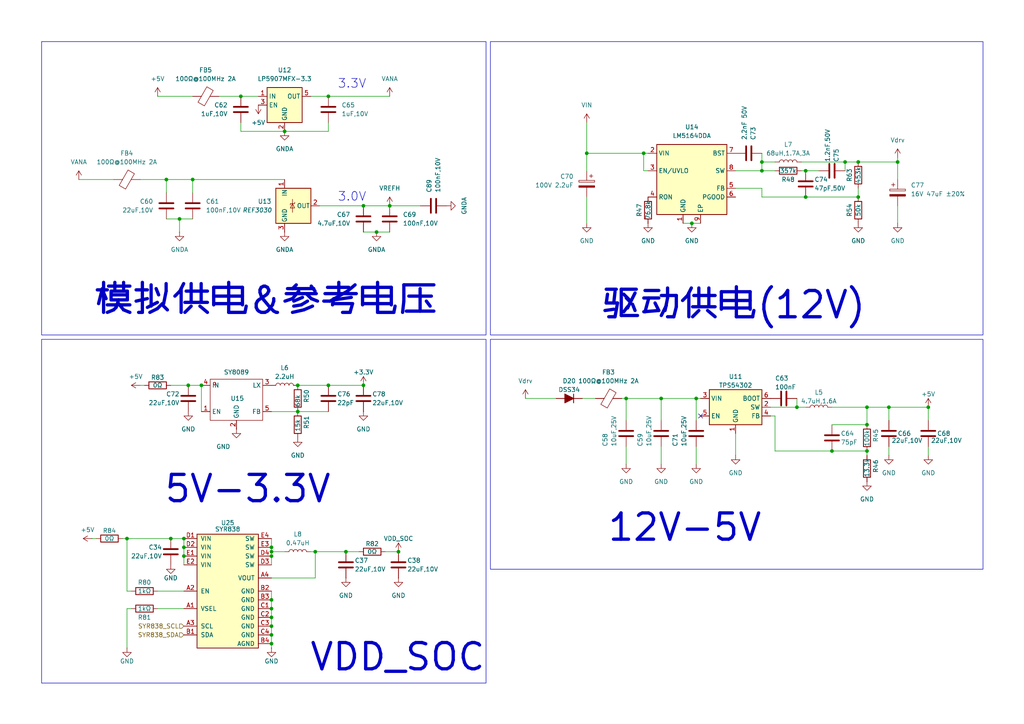
<source format=kicad_sch>
(kicad_sch (version 20250114) (generator "eeschema") (generator_version "9.0")
  (paper "A4")
  (title_block (title "HPM6P41_BuckBoost") (date "2025-05-05") (rev "4") (company "Author: Alipay"))
  (lib_symbols
    (symbol "1MySymblesFromLCSC:SY8089AAAC"
      (property "Reference" "U?" (at 0 0 0))
      (property "Value" "SY8089AAAC" (at 0 0 0))
      (symbol "SY8089AAAC_1_0"
        (rectangle (start -7.62 5.588) (end 7.62 -6.35))
        (circle (center -6.35 4.318) (radius 0.381))
        (circle (center -6.35 4.318) (radius 0.381))
        (pin input line (at -10.16 3.81 0) (length 2.54) (name "IN") (number "4"))
        (pin input line (at -10.16 -3.81 0) (length 2.54) (name "EN") (number "1"))
        (pin input line (at 0 -8.89 90) (length 2.54) (name "GND") (number "2"))
        (pin input line (at 10.16 3.81 180) (length 2.54) (name "LX") (number "3"))
        (pin input line (at 10.16 -3.81 180) (length 2.54) (name "FB") (number "5"))
      )
    )
    (symbol "Device:C" (pin_numbers (hide yes)) (pin_names (offset 0.254))
      (property "Reference" "C" (at 0.635 2.54 0))
      (property "Value" "C" (at 0.635 -2.54 0))
      (symbol "C_0_1"
        (polyline (pts (xy -2.032 0.762) (xy 2.032 0.762)) (stroke (width 0.508)))
        (polyline (pts (xy -2.032 -0.762) (xy 2.032 -0.762)) (stroke (width 0.508)))
      )
      (symbol "C_1_1"
        (pin passive line (at 0 3.81 270) (length 2.794) (name "~") (number "1"))
        (pin passive line (at 0 -3.81 90) (length 2.794) (name "~") (number "2"))
      )
    )
    (symbol "Device:C_Polarized" (pin_numbers (hide yes)) (pin_names (offset 0.254))
      (property "Reference" "C" (at 0.635 2.54 0))
      (property "Value" "C_Polarized" (at 0.635 -2.54 0))
      (symbol "C_Polarized_0_1"
        (rectangle (start -2.286 0.508) (end 2.286 1.016))
        (polyline (pts (xy -1.778 2.286) (xy -0.762 2.286)))
        (polyline (pts (xy -1.27 2.794) (xy -1.27 1.778)))
        (rectangle (start 2.286 -0.508) (end -2.286 -1.016) (fill (type outline)))
      )
      (symbol "C_Polarized_1_1"
        (pin passive line (at 0 3.81 270) (length 2.794) (name "~") (number "1"))
        (pin passive line (at 0 -3.81 90) (length 2.794) (name "~") (number "2"))
      )
    )
    (symbol "Device:FerriteBead" (pin_numbers (hide yes)) (pin_names (offset 0))
      (property "Reference" "FB" (at -3.81 0.635 90))
      (property "Value" "FerriteBead" (at 3.81 0 90))
      (symbol "FerriteBead_0_1"
        (polyline (pts (xy -2.7686 0.4064) (xy -1.7018 2.2606) (xy 2.7686 -0.3048) (xy 1.6764 -2.159) (xy -2.7686 0.4064)))
        (polyline (pts (xy 0 1.27) (xy 0 1.2954)))
        (polyline (pts (xy 0 -1.27) (xy 0 -1.2192)))
      )
      (symbol "FerriteBead_1_1"
        (pin passive line (at 0 3.81 270) (length 2.54) (name "~") (number "1"))
        (pin passive line (at 0 -3.81 90) (length 2.54) (name "~") (number "2"))
      )
    )
    (symbol "Device:L" (pin_numbers (hide yes)) (pin_names (offset 1.016) (hide yes))
      (property "Reference" "L" (at -1.27 0 90))
      (property "Value" "L" (at 1.905 0 90))
      (symbol "L_0_1"
        (arc (start 0 2.54) (mid 0.6323 1.905) (end 0 1.27))
        (arc (start 0 1.27) (mid 0.6323 0.635) (end 0 0))
        (arc (start 0 0) (mid 0.6323 -0.635) (end 0 -1.27))
        (arc (start 0 -1.27) (mid 0.6323 -1.905) (end 0 -2.54))
      )
      (symbol "L_1_1"
        (pin passive line (at 0 3.81 270) (length 1.27) (name "1") (number "1"))
        (pin passive line (at 0 -3.81 90) (length 1.27) (name "2") (number "2"))
      )
    )
    (symbol "Device:R" (pin_numbers (hide yes)) (pin_names (offset 0))
      (property "Reference" "R" (at 2.032 0 90))
      (property "Value" "R" (at 0 0 90))
      (symbol "R_0_1"
        (rectangle (start -1.016 -2.54) (end 1.016 2.54) (stroke (width 0.254)))
      )
      (symbol "R_1_1"
        (pin passive line (at 0 3.81 270) (length 1.27) (name "~") (number "1"))
        (pin passive line (at 0 -3.81 90) (length 1.27) (name "~") (number "2"))
      )
    )
    (symbol "PCM_Diode_AKL:1N4148WF" (pin_numbers (hide yes)) (pin_names (offset 1.016) (hide yes))
      (property "Reference" "D" (at 0 5.08 0))
      (property "Value" "1N4148WF" (at 0 2.54 0))
      (symbol "1N4148WF_0_1"
        (polyline (pts (xy -1.27 1.27) (xy -1.27 -1.27) (xy 1.27 0) (xy -1.27 1.27)) (stroke (width 0.254)) (fill (type outline)))
        (polyline (pts (xy -1.27 0) (xy 1.27 0)))
        (polyline (pts (xy 1.27 1.27) (xy 1.27 -1.27)) (stroke (width 0.254)))
      )
      (symbol "1N4148WF_0_2"
        (polyline (pts (xy -2.54 -2.54) (xy 2.54 2.54)))
        (polyline (pts (xy -0.889 -0.889) (xy -1.778 0) (xy 0.889 0.889) (xy 0 -1.778) (xy -0.889 -0.889)) (stroke (width 0.254)) (fill (type outline)))
        (polyline (pts (xy 0 1.778) (xy 1.778 0)) (stroke (width 0.254)))
      )
      (symbol "1N4148WF_1_1"
        (pin passive line (at -3.81 0 0) (length 2.54) (name "A") (number "2"))
        (pin passive line (at 3.81 0 180) (length 2.54) (name "K") (number "1"))
      )
      (symbol "1N4148WF_1_2"
        (pin passive line (at -2.54 -2.54 0) (length 0) (name "A") (number "2"))
        (pin passive line (at 2.54 2.54 180) (length 0) (name "K") (number "1"))
      )
    )
    (symbol "Reference_Voltage:REF3030" (pin_names (offset 0.254))
      (property "Reference" "U" (at 0 6.35 0))
      (property "Value" "REF3030" (at 2.54 -6.35 0))
      (symbol "REF3030_0_1"
        (rectangle (start -5.08 5.08) (end 5.08 -5.08) (stroke (width 0.254)) (fill (type background)))
        (polyline (pts (xy -0.889 -0.635) (xy 0.381 -0.635) (xy -0.254 0.635) (xy -0.889 -0.635)))
        (polyline (pts (xy -0.254 1.905) (xy -0.254 -1.905)))
        (polyline (pts (xy 0.381 1.016) (xy 0.381 0.635) (xy -0.889 0.635) (xy -0.889 0.254)))
      )
      (symbol "REF3030_1_1"
        (pin power_in line (at -2.54 7.62 270) (length 2.54) (name "IN") (number "1"))
        (pin power_in line (at -2.54 -7.62 90) (length 2.54) (name "GND") (number "3"))
        (pin power_out line (at 7.62 0 180) (length 2.54) (name "OUT") (number "2"))
      )
    )
    (symbol "Regulator_Linear:LP5907MFX-3.3"
      (property "Reference" "U" (at -3.81 6.35 0))
      (property "Value" "LP5907MFX-3.3" (at 6.35 6.35 0))
      (symbol "LP5907MFX-3.3_0_1"
        (rectangle (start -5.08 -5.08) (end 5.08 5.08) (stroke (width 0.254)) (fill (type background)))
        (pin power_in line (at -7.62 2.54 0) (length 2.54) (name "IN") (number "1"))
        (pin input line (at -7.62 0 0) (length 2.54) (name "EN") (number "3"))
        (pin power_in line (at 0 -7.62 90) (length 2.54) (name "GND") (number "2"))
        (pin no_connect line (at 5.08 0 180) (length 2.54) (hide yes) (name "NC") (number "4"))
        (pin power_out line (at 7.62 2.54 180) (length 2.54) (name "OUT") (number "5"))
      )
    )
    (symbol "Regulator_Switching:LM5164DDA"
      (property "Reference" "U" (at -8.89 11.43 0))
      (property "Value" "LM5164DDA" (at 5.08 11.43 0))
      (symbol "LM5164DDA_1_1"
        (rectangle (start -10.16 10.16) (end 10.16 -10.16) (stroke (width 0.254)) (fill (type background)))
        (pin power_in line (at -12.7 7.62 0) (length 2.54) (name "VIN") (number "2"))
        (pin input line (at -12.7 2.54 0) (length 2.54) (name "EN/UVLO") (number "3"))
        (pin passive line (at -12.7 -5.08 0) (length 2.54) (name "RON") (number "4"))
        (pin power_in line (at -2.54 -12.7 90) (length 2.54) (name "GND") (number "1"))
        (pin passive line (at 2.54 -12.7 90) (length 2.54) (name "EP") (number "9"))
        (pin passive line (at 12.7 7.62 180) (length 2.54) (name "BST") (number "7"))
        (pin power_out line (at 12.7 2.54 180) (length 2.54) (name "SW") (number "8"))
        (pin input line (at 12.7 -2.54 180) (length 2.54) (name "FB") (number "5"))
        (pin open_collector line (at 12.7 -5.08 180) (length 2.54) (name "PGOOD") (number "6"))
      )
    )
    (symbol "Regulator_Switching:TPS54302"
      (property "Reference" "U" (at -7.62 6.35 0))
      (property "Value" "TPS54302" (at 0 6.35 0))
      (symbol "TPS54302_0_1"
        (rectangle (start -7.62 5.08) (end 7.62 -5.08) (stroke (width 0.254)) (fill (type background)))
      )
      (symbol "TPS54302_1_1"
        (pin power_in line (at -10.16 2.54 0) (length 2.54) (name "VIN") (number "3"))
        (pin input line (at -10.16 -2.54 0) (length 2.54) (name "EN") (number "5"))
        (pin power_in line (at 0 -7.62 90) (length 2.54) (name "GND") (number "1"))
        (pin passive line (at 10.16 2.54 180) (length 2.54) (name "BOOT") (number "6"))
        (pin power_out line (at 10.16 0 180) (length 2.54) (name "SW") (number "2"))
        (pin input line (at 10.16 -2.54 180) (length 2.54) (name "FB") (number "4"))
      )
    )
    (symbol "SYR838PKC:SYR838PKC" (pin_names (offset 1.0142))
      (property "Reference" "U25" (at 0 19.812 0))
      (property "Value" "SYR838" (at 0 17.9577 0))
      (symbol "SYR838PKC_1_1"
        (rectangle (start -8.89 -16.51) (end 8.89 16.51) (stroke (width 0.254)) (fill (type background)))
        (pin passive line (at -12.7 15.24 0) (length 3.81) (name "VIN") (number "D1"))
        (pin passive line (at -12.7 12.7 0) (length 3.81) (name "VIN") (number "D2"))
        (pin passive line (at -12.7 10.16 0) (length 3.81) (name "VIN") (number "E1"))
        (pin passive line (at -12.7 7.62 0) (length 3.81) (name "VIN") (number "E2"))
        (pin passive line (at -12.7 0 0) (length 3.81) (name "EN") (number "A2"))
        (pin passive line (at -12.7 -5.08 0) (length 3.81) (name "VSEL") (number "A1"))
        (pin passive line (at -12.7 -10.16 0) (length 3.81) (name "SCL") (number "A3"))
        (pin passive line (at -12.7 -12.7 0) (length 3.81) (name "SDA") (number "B1"))
        (pin passive line (at 12.7 15.24 180) (length 3.81) (name "SW") (number "E4"))
        (pin passive line (at 12.7 12.7 180) (length 3.81) (name "SW") (number "E3"))
        (pin passive line (at 12.7 10.16 180) (length 3.81) (name "SW") (number "D4"))
        (pin passive line (at 12.7 7.62 180) (length 3.81) (name "SW") (number "D3"))
        (pin passive line (at 12.7 3.81 180) (length 3.81) (name "VOUT") (number "A4"))
        (pin passive line (at 12.7 0 180) (length 3.81) (name "GND") (number "B2"))
        (pin passive line (at 12.7 -2.54 180) (length 3.81) (name "GND") (number "B3"))
        (pin passive line (at 12.7 -5.08 180) (length 3.81) (name "GND") (number "C1"))
        (pin passive line (at 12.7 -7.62 180) (length 3.81) (name "GND") (number "C2"))
        (pin passive line (at 12.7 -10.16 180) (length 3.81) (name "GND") (number "C3"))
        (pin passive line (at 12.7 -12.7 180) (length 3.81) (name "GND") (number "C4"))
        (pin passive line (at 12.7 -15.24 180) (length 3.81) (name "AGND") (number "B4"))
      )
    )
    (symbol "power:+12V" (power) (pin_names (offset 0))
      (property "Value" "+12V" (at 0 3.556 0))
      (symbol "+12V_0_1"
        (polyline (pts (xy -0.762 1.27) (xy 0 2.54)))
        (polyline (pts (xy 0 2.54) (xy 0.762 1.27)))
        (polyline (pts (xy 0 0) (xy 0 2.54)))
      )
      (symbol "+12V_1_1"
        (pin power_in line (at 0 0 90) (length 0) (hide yes) (name "+12V") (number "1"))
      )
    )
    (symbol "power:+3.3V" (power) (pin_names (offset 0))
      (property "Value" "+3.3V" (at 0 3.556 0))
      (symbol "+3.3V_0_1"
        (polyline (pts (xy -0.762 1.27) (xy 0 2.54)))
        (polyline (pts (xy 0 2.54) (xy 0.762 1.27)))
        (polyline (pts (xy 0 0) (xy 0 2.54)))
      )
      (symbol "+3.3V_1_1"
        (pin power_in line (at 0 0 90) (length 0) (hide yes) (name "+3.3V") (number "1"))
      )
    )
    (symbol "power:+5V" (power) (pin_numbers (hide yes)) (pin_names (offset 0) (hide yes))
      (property "Value" "+5V" (at 0 3.556 0))
      (symbol "+5V_0_1"
        (polyline (pts (xy -0.762 1.27) (xy 0 2.54)))
        (polyline (pts (xy 0 2.54) (xy 0.762 1.27)))
        (polyline (pts (xy 0 0) (xy 0 2.54)))
      )
      (symbol "+5V_1_1"
        (pin power_in line (at 0 0 90) (length 0) (name "~") (number "1"))
      )
    )
    (symbol "power:GND" (power) (pin_numbers (hide yes)) (pin_names (offset 0) (hide yes))
      (property "Value" "GND" (at 0 -3.81 0))
      (symbol "GND_0_1"
        (polyline (pts (xy 0 0) (xy 0 -1.27) (xy 1.27 -1.27) (xy 0 -2.54) (xy -1.27 -1.27) (xy 0 -1.27)))
      )
      (symbol "GND_1_1"
        (pin power_in line (at 0 0 270) (length 0) (name "~") (number "1"))
      )
    )
    (symbol "power:VBUS" (power) (pin_numbers (hide yes)) (pin_names (offset 0) (hide yes))
      (property "Value" "VBUS" (at 0 3.556 0))
      (symbol "VBUS_0_1"
        (polyline (pts (xy -0.762 1.27) (xy 0 2.54)))
        (polyline (pts (xy 0 2.54) (xy 0.762 1.27)))
        (polyline (pts (xy 0 0) (xy 0 2.54)))
      )
      (symbol "VBUS_1_1"
        (pin power_in line (at 0 0 90) (length 0) (name "~") (number "1"))
      )
    )
  )
  (rectangle (start 142.24 98.425) (end 285.115 165.1))
  (rectangle (start 12.065 12.065) (end 140.97 97.155))
  (rectangle (start 12.065 98.425) (end 140.97 198.12))
  (rectangle (start 142.24 12.065) (end 285.115 97.155))
  (text "模拟供电&参考电压" (at 77.216 87.376 0) (effects (font (size 7.62 7.62) (thickness 0.9525))))
  (text "驱动供电(12V)" (at 212.852 88.646 0) (effects (font (size 7.62 7.62) (thickness 0.9525))))
  (text "3.0V" (at 102.108 57.15 0) (effects (font (size 2.54 2.54))))
  (text "12V-5V" (at 198.628 153.162 0) (effects (font (size 7.62 7.62) (thickness 0.9525))))
  (text "VDD_SOC" (at 115.316 190.754 0) (effects (font (size 7.62 7.62) (thickness 0.9525))))
  (text "3.3V" (at 102.108 24.384 0) (effects (font (size 2.54 2.54))))
  (text "5V-3.3V" (at 71.882 141.986 0) (effects (font (size 7.62 7.62) (thickness 0.9525))))
  (junction (at 181.61 115.57))
  (junction (at 251.46 118.11))
  (junction (at 95.25 27.94))
  (junction (at 78.74 160.02))
  (junction (at 105.41 111.76))
  (junction (at 95.25 111.76))
  (junction (at 191.77 115.57))
  (junction (at 78.74 161.29))
  (junction (at 245.11 46.99))
  (junction (at 260.35 46.99))
  (junction (at 269.24 118.11))
  (junction (at 55.88 52.07))
  (junction (at 48.26 52.07))
  (junction (at 113.03 59.69))
  (junction (at 100.33 160.02))
  (junction (at 248.92 57.15))
  (junction (at 220.98 49.53))
  (junction (at 78.74 184.15))
  (junction (at 78.74 179.07))
  (junction (at 53.34 156.21))
  (junction (at 241.3 130.81))
  (junction (at 58.42 111.76))
  (junction (at 170.18 44.45))
  (junction (at 248.92 46.99))
  (junction (at 78.74 181.61))
  (junction (at 52.07 63.5))
  (junction (at 251.46 130.81))
  (junction (at 105.41 59.69))
  (junction (at 91.44 160.02))
  (junction (at 86.36 111.76))
  (junction (at 53.34 158.75))
  (junction (at 78.74 186.69))
  (junction (at 36.83 156.21))
  (junction (at 53.34 161.29))
  (junction (at 115.57 160.02))
  (junction (at 78.74 173.99))
  (junction (at 257.81 118.11))
  (junction (at 78.74 176.53))
  (junction (at 251.46 123.19))
  (junction (at 109.22 67.31))
  (junction (at 86.36 119.38))
  (junction (at 69.85 27.94))
  (junction (at 78.74 158.75))
  (junction (at 220.98 46.99))
  (junction (at 186.69 44.45))
  (junction (at 49.53 156.21))
  (junction (at 233.68 57.15))
  (junction (at 201.93 115.57))
  (junction (at 82.55 38.1))
  (junction (at 233.68 49.53))
  (junction (at 200.66 64.77))
  (junction (at 231.14 118.11))
  (junction (at 54.61 111.76))
  (no_connect (at 203.2 120.65))
  (wire (pts (xy 78.74 156.21) (xy 78.74 158.75)))
  (wire (pts (xy 52.07 67.31) (xy 52.07 63.5)))
  (wire (pts (xy 36.83 156.21) (xy 35.56 156.21)))
  (wire (pts (xy 48.26 52.07) (xy 55.88 52.07)))
  (wire (pts (xy 69.85 38.1) (xy 82.55 38.1)))
  (wire (pts (xy 40.64 52.07) (xy 48.26 52.07)))
  (wire (pts (xy 170.18 49.53) (xy 170.18 44.45)))
  (wire (pts (xy 90.17 27.94) (xy 95.25 27.94)))
  (wire (pts (xy 45.72 176.53) (xy 53.34 176.53)))
  (wire (pts (xy 36.83 156.21) (xy 36.83 171.45)))
  (wire (pts (xy 213.36 54.61) (xy 220.98 54.61)))
  (wire (pts (xy 245.11 46.99) (xy 245.11 49.53)))
  (wire (pts (xy 231.14 118.11) (xy 233.68 118.11)))
  (wire (pts (xy 260.35 52.07) (xy 260.35 46.99)))
  (wire (pts (xy 224.79 120.65) (xy 223.52 120.65)))
  (wire (pts (xy 191.77 115.57) (xy 201.93 115.57)))
  (wire (pts (xy 213.36 132.08) (xy 213.36 125.73)))
  (wire (pts (xy 78.74 173.99) (xy 78.74 176.53)))
  (wire (pts (xy 105.41 59.69) (xy 113.03 59.69)))
  (wire (pts (xy 220.98 44.45) (xy 220.98 46.99)))
  (wire (pts (xy 100.33 160.02) (xy 104.14 160.02)))
  (wire (pts (xy 248.92 54.61) (xy 248.92 57.15)))
  (wire (pts (xy 53.34 158.75) (xy 53.34 161.29)))
  (wire (pts (xy 220.98 46.99) (xy 220.98 49.53)))
  (wire (pts (xy 52.07 63.5) (xy 55.88 63.5)))
  (wire (pts (xy 86.36 111.76) (xy 95.25 111.76)))
  (wire (pts (xy 181.61 115.57) (xy 191.77 115.57)))
  (wire (pts (xy 78.74 167.64) (xy 91.44 167.64)))
  (wire (pts (xy 113.03 59.69) (xy 121.92 59.69)))
  (wire (pts (xy 52.07 63.5) (xy 48.26 63.5)))
  (wire (pts (xy 45.72 171.45) (xy 53.34 171.45)))
  (wire (pts (xy 49.53 156.21) (xy 53.34 156.21)))
  (wire (pts (xy 111.76 160.02) (xy 115.57 160.02)))
  (wire (pts (xy 181.61 134.62) (xy 181.61 129.54)))
  (wire (pts (xy 181.61 121.92) (xy 181.61 115.57)))
  (wire (pts (xy 233.68 57.15) (xy 248.92 57.15)))
  (wire (pts (xy 91.44 160.02) (xy 100.33 160.02)))
  (wire (pts (xy 233.68 49.53) (xy 237.49 49.53)))
  (wire (pts (xy 152.4 115.57) (xy 161.29 115.57)))
  (wire (pts (xy 186.69 49.53) (xy 187.96 49.53)))
  (wire (pts (xy 200.66 64.77) (xy 203.2 64.77)))
  (wire (pts (xy 54.61 111.76) (xy 58.42 111.76)))
  (wire (pts (xy 223.52 118.11) (xy 231.14 118.11)))
  (wire (pts (xy 69.85 35.56) (xy 69.85 38.1)))
  (wire (pts (xy 224.79 130.81) (xy 241.3 130.81)))
  (wire (pts (xy 78.74 176.53) (xy 78.74 179.07)))
  (wire (pts (xy 198.12 64.77) (xy 200.66 64.77)))
  (wire (pts (xy 269.24 121.92) (xy 269.24 118.11)))
  (wire (pts (xy 63.5 27.94) (xy 69.85 27.94)))
  (wire (pts (xy 78.74 119.38) (xy 86.36 119.38)))
  (wire (pts (xy 36.83 171.45) (xy 38.1 171.45)))
  (wire (pts (xy 58.42 111.76) (xy 58.42 119.38)))
  (wire (pts (xy 224.79 49.53) (xy 220.98 49.53)))
  (wire (pts (xy 49.53 111.76) (xy 54.61 111.76)))
  (wire (pts (xy 191.77 134.62) (xy 191.77 129.54)))
  (wire (pts (xy 241.3 123.19) (xy 251.46 123.19)))
  (wire (pts (xy 49.53 156.21) (xy 36.83 156.21)))
  (wire (pts (xy 241.3 130.81) (xy 251.46 130.81)))
  (wire (pts (xy 78.74 160.02) (xy 78.74 161.29)))
  (wire (pts (xy 78.74 161.29) (xy 78.74 163.83)))
  (wire (pts (xy 27.94 156.21) (xy 26.67 156.21)))
  (wire (pts (xy 260.35 59.69) (xy 260.35 64.77)))
  (wire (pts (xy 95.25 111.76) (xy 105.41 111.76)))
  (wire (pts (xy 78.74 184.15) (xy 78.74 186.69)))
  (wire (pts (xy 257.81 118.11) (xy 269.24 118.11)))
  (wire (pts (xy 186.69 44.45) (xy 187.96 44.45)))
  (wire (pts (xy 36.83 176.53) (xy 38.1 176.53)))
  (wire (pts (xy 213.36 49.53) (xy 220.98 49.53)))
  (wire (pts (xy 109.22 67.31) (xy 113.03 67.31)))
  (wire (pts (xy 53.34 156.21) (xy 53.34 158.75)))
  (wire (pts (xy 78.74 186.69) (xy 78.74 187.96)))
  (wire (pts (xy 69.85 27.94) (xy 74.93 27.94)))
  (wire (pts (xy 78.74 179.07) (xy 78.74 181.61)))
  (wire (pts (xy 95.25 35.56) (xy 95.25 38.1)))
  (wire (pts (xy 260.35 45.72) (xy 260.35 46.99)))
  (wire (pts (xy 248.92 46.99) (xy 260.35 46.99)))
  (wire (pts (xy 22.86 52.07) (xy 33.02 52.07)))
  (wire (pts (xy 86.36 119.38) (xy 95.25 119.38)))
  (wire (pts (xy 78.74 158.75) (xy 78.74 160.02)))
  (wire (pts (xy 105.41 67.31) (xy 109.22 67.31)))
  (wire (pts (xy 91.44 167.64) (xy 91.44 160.02)))
  (wire (pts (xy 245.11 46.99) (xy 248.92 46.99)))
  (wire (pts (xy 170.18 44.45) (xy 186.69 44.45)))
  (wire (pts (xy 251.46 118.11) (xy 257.81 118.11)))
  (wire (pts (xy 220.98 54.61) (xy 220.98 57.15)))
  (wire (pts (xy 48.26 52.07) (xy 48.26 55.88)))
  (wire (pts (xy 201.93 121.92) (xy 201.93 115.57)))
  (wire (pts (xy 241.3 118.11) (xy 251.46 118.11)))
  (wire (pts (xy 180.34 115.57) (xy 181.61 115.57)))
  (wire (pts (xy 95.25 27.94) (xy 113.03 27.94)))
  (wire (pts (xy 231.14 118.11) (xy 231.14 115.57)))
  (wire (pts (xy 95.25 38.1) (xy 82.55 38.1)))
  (wire (pts (xy 45.72 27.94) (xy 55.88 27.94)))
  (wire (pts (xy 78.74 181.61) (xy 78.74 184.15)))
  (wire (pts (xy 40.64 111.76) (xy 41.91 111.76)))
  (wire (pts (xy 92.71 59.69) (xy 105.41 59.69)))
  (wire (pts (xy 232.41 49.53) (xy 233.68 49.53)))
  (wire (pts (xy 78.74 171.45) (xy 78.74 173.99)))
  (wire (pts (xy 201.93 134.62) (xy 201.93 129.54)))
  (wire (pts (xy 36.83 176.53) (xy 36.83 187.96)))
  (wire (pts (xy 220.98 46.99) (xy 224.79 46.99)))
  (wire (pts (xy 186.69 44.45) (xy 186.69 49.53)))
  (wire (pts (xy 224.79 130.81) (xy 224.79 120.65)))
  (wire (pts (xy 170.18 35.56) (xy 170.18 44.45)))
  (wire (pts (xy 251.46 123.19) (xy 251.46 118.11)))
  (wire (pts (xy 191.77 121.92) (xy 191.77 115.57)))
  (wire (pts (xy 170.18 57.15) (xy 170.18 64.77)))
  (wire (pts (xy 201.93 115.57) (xy 203.2 115.57)))
  (wire (pts (xy 90.17 160.02) (xy 91.44 160.02)))
  (wire (pts (xy 257.81 132.08) (xy 257.81 129.54)))
  (wire (pts (xy 78.74 160.02) (xy 82.55 160.02)))
  (wire (pts (xy 232.41 46.99) (xy 245.11 46.99)))
  (wire (pts (xy 251.46 130.81) (xy 251.46 132.08)))
  (wire (pts (xy 168.91 115.57) (xy 172.72 115.57)))
  (wire (pts (xy 233.68 57.15) (xy 220.98 57.15)))
  (wire (pts (xy 55.88 52.07) (xy 82.55 52.07)))
  (wire (pts (xy 53.34 161.29) (xy 53.34 163.83)))
  (wire (pts (xy 269.24 132.08) (xy 269.24 129.54)))
  (wire (pts (xy 257.81 121.92) (xy 257.81 118.11)))
  (wire (pts (xy 55.88 52.07) (xy 55.88 55.88)))
  (hierarchical_label "SYR838_SCL" (shape input) (at 53.34 181.61 180))
  (hierarchical_label "SYR838_SDA" (shape input) (at 53.34 184.15 180))
  (symbol (lib_id "power:GND") (at 82.55 38.1 0) (unit 1)
    (property "Reference" "#PWR0104" (effects (hide yes)))
    (property "Value" "GNDA" (at 82.55 43.18 0))
    (property "Description" "Power symbol creates a global label with name \"GND\" , ground" (effects (hide yes)))
  )
  (symbol (lib_id "Device:C") (at 233.68 53.34 0) (unit 1)
    (property "Reference" "C74" (at 236.22 52.07 0) (effects (justify left)))
    (property "Value" "47pF,50V" (at 236.22 54.61 0) (effects (justify left)))
    (property "Footprint" "Capacitor_SMD:C_0603_1608Metric" (effects (hide yes)))
  )
  (symbol (lib_id "1MySymblesFromLCSC:SY8089AAAC") (at 68.58 115.57 0) (unit 1)
    (property "Reference" "U15" (at 68.834 115.57 0))
    (property "Value" "SY8089" (at 68.58 107.95 0))
    (property "Footprint" "Package_TO_SOT_SMD:SOT-23-5" (effects (hide yes)))
  )
  (symbol (lib_id "Device:C") (at 105.41 115.57 0) (unit 1)
    (property "Reference" "C78" (at 107.95 114.3 0) (effects (justify left)))
    (property "Value" "22uF,10V" (at 107.95 116.84 0) (effects (justify left)))
    (property "Footprint" "Capacitor_SMD:C_0603_1608Metric" (effects (hide yes)))
    (property "Datasheet" "C6119868" (effects (hide yes)))
  )
  (symbol (lib_id "power:+5V") (at 74.93 30.48 180) (unit 1)
    (property "Reference" "#PWR0190" (effects (hide yes)))
    (property "Value" "+5V" (at 74.93 35.56 0))
    (property "Description" "Power symbol creates a global label with name \"+5V\"" (effects (hide yes)))
  )
  (symbol (lib_id "Device:C") (at 105.41 63.5 0) (mirror y) (unit 1)
    (property "Reference" "C67" (at 101.6 62.2299 0) (effects (justify left)))
    (property "Value" "4.7uF,10V" (at 101.6 64.7699 0) (effects (justify left)))
    (property "Footprint" "Capacitor_SMD:C_0603_1608Metric" (effects (hide yes)))
    (property "Description" "Unpolarized capacitor" (effects (hide yes)))
  )
  (symbol (lib_id "Device:C") (at 113.03 63.5 0) (unit 1)
    (property "Reference" "C69" (at 116.84 62.2299 0) (effects (justify left)))
    (property "Value" "100nF,10V" (at 116.84 64.7699 0) (effects (justify left)))
    (property "Footprint" "Capacitor_SMD:C_0603_1608Metric" (effects (hide yes)))
    (property "Description" "Unpolarized capacitor" (effects (hide yes)))
  )
  (symbol (lib_id "Device:L") (at 228.6 46.99 90) (unit 1)
    (property "Reference" "L7" (at 228.6 41.91 90))
    (property "Value" "68uH,1.7A,3A" (at 228.6 44.45 90))
    (property "Footprint" "Inductor_SMD:L_Chilisin_BMRB00060650" (effects (hide yes)))
    (property "Datasheet" "EPC0650-680M   饱和3A，温升1.7A" (effects (hide yes)))
    (property "Description" "羰基粉电感" (effects (hide yes)))
  )
  (symbol (lib_id "Device:R") (at 251.46 127 0) (mirror y) (unit 1)
    (property "Reference" "R45" (at 254 128.27 90) (effects (justify left)))
    (property "Value" "100k" (at 251.46 129.54 90) (effects (justify left)))
    (property "Footprint" "Resistor_SMD:R_0603_1608Metric" (effects (hide yes)))
  )
  (symbol (lib_id "power:GND") (at 201.93 134.62 0) (unit 1)
    (property "Reference" "#PWR080" (effects (hide yes)))
    (property "Value" "GND" (at 201.93 139.7 0))
    (property "Description" "Power symbol creates a global label with name \"GND\" , ground" (effects (hide yes)))
  )
  (symbol (lib_id "power:+5V") (at 113.03 59.69 0) (unit 1)
    (property "Reference" "#PWR0112" (effects (hide yes)))
    (property "Value" "VREFH" (at 113.03 54.61 0))
    (property "Description" "Power symbol creates a global label with name \"+5V\"" (effects (hide yes)))
  )
  (symbol (lib_id "Device:L") (at 86.36 160.02 270) (mirror x) (unit 1)
    (property "Reference" "L8" (at 86.36 154.94 90))
    (property "Value" "0.47uH" (at 86.36 157.48 90))
    (property "Footprint" "Inductor_SMD:L_Changjiang_FNR252012S" (effects (hide yes)))
    (property "Description" "Inductor" (effects (hide yes)))
  )
  (symbol (lib_id "Device:C") (at 69.85 31.75 0) (mirror y) (unit 1)
    (property "Reference" "C62" (at 66.04 30.4799 0) (effects (justify left)))
    (property "Value" "1uF,10V" (at 66.04 33.0199 0) (effects (justify left)))
    (property "Footprint" "Capacitor_SMD:C_0603_1608Metric" (effects (hide yes)))
    (property "Description" "Unpolarized capacitor" (effects (hide yes)))
  )
  (symbol (lib_id "Device:R") (at 31.75 156.21 90) (mirror x) (unit 1)
    (property "Reference" "R84" (at 31.75 153.924 90))
    (property "Value" "0Ω" (at 31.75 156.21 90))
    (property "Footprint" "Resistor_SMD:R_0603_1608Metric" (effects (hide yes)))
  )
  (symbol (lib_id "power:VBUS") (at 170.18 35.56 0) (unit 1)
    (property "Reference" "#PWR0114" (effects (hide yes)))
    (property "Value" "VIN" (at 170.18 30.48 0))
    (property "Description" "Power symbol creates a global label with name \"VBUS\"" (effects (hide yes)))
  )
  (symbol (lib_id "Device:C") (at 227.33 115.57 90) (unit 1)
    (property "Reference" "C63" (at 224.79 109.728 90) (effects (justify right)))
    (property "Value" "100nF" (at 224.79 112.268 90) (effects (justify right)))
    (property "Footprint" "Capacitor_SMD:C_0603_1608Metric" (effects (hide yes)))
  )
  (symbol (lib_id "Device:R") (at 41.91 176.53 90) (mirror x) (unit 1)
    (property "Reference" "R81" (at 41.91 179.07 90))
    (property "Value" "1kΩ" (at 41.91 176.53 90))
    (property "Footprint" "Resistor_SMD:R_0603_1608Metric" (effects (hide yes)))
    (property "Description" "Resistor" (effects (hide yes)))
  )
  (symbol (lib_id "power:GND") (at 181.61 134.62 0) (unit 1)
    (property "Reference" "#PWR0100" (effects (hide yes)))
    (property "Value" "GND" (at 181.61 139.7 0))
    (property "Description" "Power symbol creates a global label with name \"GND\" , ground" (effects (hide yes)))
  )
  (symbol (lib_id "Device:R") (at 41.91 171.45 90) (unit 1)
    (property "Reference" "R80" (at 41.91 168.91 90))
    (property "Value" "1kΩ" (at 41.91 171.45 90))
    (property "Footprint" "Resistor_SMD:R_0603_1608Metric" (effects (hide yes)))
    (property "Description" "Resistor" (effects (hide yes)))
  )
  (symbol (lib_id "power:+5V") (at 113.03 27.94 0) (unit 1)
    (property "Reference" "#PWR0111" (effects (hide yes)))
    (property "Value" "VANA" (at 113.03 22.86 0))
    (property "Description" "Power symbol creates a global label with name \"+5V\"" (effects (hide yes)))
  )
  (symbol (lib_id "Device:C") (at 241.3 49.53 270) (mirror x) (unit 1)
    (property "Reference" "C75" (at 242.57 46.99 0) (effects (justify left)))
    (property "Value" "1.2nF,50V" (at 240.03 46.99 0) (effects (justify left)))
    (property "Footprint" "Capacitor_SMD:C_0603_1608Metric" (effects (hide yes)))
  )
  (symbol (lib_id "Device:R") (at 86.36 115.57 0) (mirror y) (unit 1)
    (property "Reference" "R50" (at 88.9 116.84 90) (effects (justify left)))
    (property "Value" "68k" (at 86.36 118.11 90) (effects (justify left)))
    (property "Footprint" "Resistor_SMD:R_0603_1608Metric" (effects (hide yes)))
  )
  (symbol (lib_id "Device:C") (at 49.53 160.02 0) (mirror y) (unit 1)
    (property "Reference" "C34" (at 46.99 158.75 0) (effects (justify left)))
    (property "Value" "22uF,10V" (at 46.99 161.29 0) (effects (justify left)))
    (property "Footprint" "Capacitor_SMD:C_0603_1608Metric" (effects (hide yes)))
    (property "Datasheet" "C6119868" (effects (hide yes)))
  )
  (symbol (lib_id "power:GND") (at 269.24 132.08 0) (unit 1)
    (property "Reference" "#PWR0192" (effects (hide yes)))
    (property "Value" "GND" (at 269.24 137.16 0))
    (property "Description" "Power symbol creates a global label with name \"GND\" , ground" (effects (hide yes)))
  )
  (symbol (lib_id "Device:C") (at 191.77 125.73 0) (mirror y) (unit 1)
    (property "Reference" "C59" (at 185.674 129.54 90) (effects (justify left)))
    (property "Value" "10uF,25V" (at 188.214 129.54 90) (effects (justify left)))
    (property "Footprint" "Capacitor_SMD:C_0805_2012Metric" (effects (hide yes)))
  )
  (symbol (lib_id "Device:C_Polarized") (at 170.18 53.34 0) (mirror y) (unit 1)
    (property "Reference" "C70" (at 166.37 51.181 0) (effects (justify left)))
    (property "Value" "100V 2.2uF" (at 166.37 53.721 0) (effects (justify left)))
    (property "Footprint" "Capacitor_THT:CP_Radial_D5.0mm_P2.00mm" (effects (hide yes)))
  )
  (symbol (lib_id "Device:L") (at 82.55 111.76 270) (mirror x) (unit 1)
    (property "Reference" "L6" (at 82.55 106.68 90))
    (property "Value" "2.2uH" (at 82.55 109.22 90))
    (property "Footprint" "Inductor_SMD:L_Changjiang_FNR252012S" (effects (hide yes)))
    (property "Description" "Inductor" (effects (hide yes)))
  )
  (symbol (lib_id "power:+3.3V") (at 115.57 160.02 0) (unit 1)
    (property "Reference" "#PWR090" (effects (hide yes)))
    (property "Value" "VDD_SOC" (at 115.57 156.21 0))
  )
  (symbol (lib_id "Regulator_Switching:TPS54302") (at 213.36 118.11 0) (unit 1)
    (property "Reference" "U11" (at 213.36 109.22 0))
    (property "Value" "TPS54302" (at 213.36 111.76 0))
    (property "Footprint" "Package_TO_SOT_SMD:SOT-23-6" (effects (hide yes)))
    (property "Datasheet" "http://www.ti.com/lit/ds/symlink/tps54302.pdf" (effects (hide yes)))
  )
  (symbol (lib_id "power:GND") (at 86.36 127 0) (unit 1)
    (property "Reference" "#PWR0122" (effects (hide yes)))
    (property "Value" "GND" (at 86.36 132.08 0))
    (property "Description" "Power symbol creates a global label with name \"GND\" , ground" (effects (hide yes)))
  )
  (symbol (lib_id "Device:R") (at 228.6 49.53 90) (mirror x) (unit 1)
    (property "Reference" "R48" (at 228.6 52.07 90))
    (property "Value" "357k" (at 228.6 49.53 90))
    (property "Footprint" "Resistor_SMD:R_0603_1608Metric" (effects (hide yes)))
  )
  (symbol (lib_id "Device:C") (at 269.24 125.73 0) (unit 1)
    (property "Reference" "C68" (at 271.78 125.73 0) (effects (justify left)))
    (property "Value" "22uF,10V" (at 270.002 127.762 0) (effects (justify left)))
    (property "Footprint" "Capacitor_SMD:C_0603_1608Metric" (effects (hide yes)))
  )
  (symbol (lib_id "power:GND") (at 78.74 187.96 0) (unit 1)
    (property "Reference" "#PWR0193" (effects (hide yes)))
    (property "Value" "GND" (at 78.74 191.77 0))
    (property "Description" "Power symbol creates a global label with name \"GND\" , ground" (effects (hide yes)))
  )
  (symbol (lib_id "power:GND") (at 115.57 167.64 0) (unit 1)
    (property "Reference" "#PWR0191" (effects (hide yes)))
    (property "Value" "GND" (at 115.57 172.72 0))
    (property "Description" "Power symbol creates a global label with name \"GND\" , ground" (effects (hide yes)))
  )
  (symbol (lib_id "Device:C_Polarized") (at 260.35 55.88 0) (unit 1)
    (property "Reference" "C77" (at 264.16 53.721 0) (effects (justify left)))
    (property "Value" "16V 47uF ±20%" (at 264.16 56.261 0) (effects (justify left)))
    (property "Footprint" "Capacitor_THT:CP_Radial_D5.0mm_P2.00mm" (effects (hide yes)))
  )
  (symbol (lib_id "Device:C") (at 54.61 115.57 0) (mirror y) (unit 1)
    (property "Reference" "C72" (at 52.07 114.3 0) (effects (justify left)))
    (property "Value" "22uF,10V" (at 52.07 116.84 0) (effects (justify left)))
    (property "Footprint" "Capacitor_SMD:C_0603_1608Metric" (effects (hide yes)))
    (property "Datasheet" "C6119868" (effects (hide yes)))
  )
  (symbol (lib_id "PCM_Diode_AKL:1N4148WF") (at 165.1 115.57 0) (unit 1)
    (property "Reference" "D20" (at 165.1 110.49 0))
    (property "Value" "DSS34" (at 165.1 113.03 0))
    (property "Footprint" "Diode_SMD:D_SOD-123F" (effects (hide yes)))
    (property "Datasheet" "https://datasheet.octopart.com/1N4148WF-Lite-On-datasheet-149134326.pdf" (effects (hide yes)))
    (property "Description" "SOD-123F Diode, Small Signal, Fast Switching, 75V, 150mA, 4ns, Alternate KiCad Library" (effects (hide yes)))
  )
  (symbol (lib_id "power:+5V") (at 45.72 27.94 0) (unit 1)
    (property "Reference" "#PWR0101" (effects (hide yes)))
    (property "Value" "+5V" (at 45.72 22.86 0))
    (property "Description" "Power symbol creates a global label with name \"+5V\"" (effects (hide yes)))
  )
  (symbol (lib_id "power:+5V") (at 26.67 156.21 90) (unit 1)
    (property "Reference" "#PWR081" (effects (hide yes)))
    (property "Value" "+5V" (at 25.4 153.67 90))
  )
  (symbol (lib_id "power:GND") (at 52.07 67.31 0) (unit 1)
    (property "Reference" "#PWR0102" (effects (hide yes)))
    (property "Value" "GNDA" (at 52.07 72.39 0))
    (property "Description" "Power symbol creates a global label with name \"GND\" , ground" (effects (hide yes)))
  )
  (symbol (lib_id "power:+12V") (at 260.35 45.72 0) (unit 1)
    (property "Reference" "#PWR0124" (effects (hide yes)))
    (property "Value" "Vdrv" (at 260.35 40.64 0))
  )
  (symbol (lib_id "power:+5V") (at 40.64 111.76 90) (unit 1)
    (property "Reference" "#PWR0113" (effects (hide yes)))
    (property "Value" "+5V" (at 39.37 109.22 90))
  )
  (symbol (lib_id "Device:FerriteBead") (at 36.83 52.07 90) (unit 1)
    (property "Reference" "FB4" (at 36.7792 44.45 90))
    (property "Value" "100Ω@100MHz 2A" (at 36.7792 46.99 90))
    (property "Footprint" "Inductor_SMD:L_0603_1608Metric" (effects (hide yes)))
    (property "Description" "Ferrite bead" (effects (hide yes)))
  )
  (symbol (lib_id "power:GND") (at 129.54 59.69 90) (unit 1)
    (property "Reference" "#PWR0171" (effects (hide yes)))
    (property "Value" "GNDA" (at 134.62 59.69 0))
    (property "Description" "Power symbol creates a global label with name \"GND\" , ground" (effects (hide yes)))
  )
  (symbol (lib_id "Device:R") (at 248.92 60.96 180) (unit 1)
    (property "Reference" "R54" (at 246.38 60.96 90))
    (property "Value" "50k" (at 248.92 60.96 90))
    (property "Footprint" "Resistor_SMD:R_0603_1608Metric" (effects (hide yes)))
  )
  (symbol (lib_id "Device:C") (at 115.57 163.83 0) (unit 1)
    (property "Reference" "C38" (at 118.11 162.56 0) (effects (justify left)))
    (property "Value" "22uF,10V" (at 118.11 165.1 0) (effects (justify left)))
    (property "Footprint" "Capacitor_SMD:C_0603_1608Metric" (effects (hide yes)))
    (property "Datasheet" "C6119868" (effects (hide yes)))
  )
  (symbol (lib_id "power:GND") (at 251.46 139.7 0) (unit 1)
    (property "Reference" "#PWR0107" (effects (hide yes)))
    (property "Value" "GND" (at 251.46 144.78 0))
    (property "Description" "Power symbol creates a global label with name \"GND\" , ground" (effects (hide yes)))
  )
  (symbol (lib_id "power:GND") (at 68.58 124.46 0) (unit 1)
    (property "Reference" "#PWR0121" (effects (hide yes)))
    (property "Value" "GND" (at 64.77 129.54 0))
    (property "Description" "Power symbol creates a global label with name \"GND\" , ground" (effects (hide yes)))
  )
  (symbol (lib_id "power:GND") (at 248.92 64.77 0) (unit 1)
    (property "Reference" "#PWR026" (effects (hide yes)))
    (property "Value" "GND" (at 248.92 69.85 0))
    (property "Description" "Power symbol creates a global label with name \"GND\" , ground" (effects (hide yes)))
  )
  (symbol (lib_id "power:GND") (at 257.81 132.08 0) (unit 1)
    (property "Reference" "#PWR0108" (effects (hide yes)))
    (property "Value" "GND" (at 257.81 137.16 0))
    (property "Description" "Power symbol creates a global label with name \"GND\" , ground" (effects (hide yes)))
  )
  (symbol (lib_id "power:GND") (at 200.66 64.77 0) (unit 1)
    (property "Reference" "#PWR0116" (effects (hide yes)))
    (property "Value" "GND" (at 200.66 69.85 0))
    (property "Description" "Power symbol creates a global label with name \"GND\" , ground" (effects (hide yes)))
  )
  (symbol (lib_id "power:GND") (at 260.35 64.77 0) (unit 1)
    (property "Reference" "#PWR027" (effects (hide yes)))
    (property "Value" "GND" (at 260.35 69.85 0))
    (property "Description" "Power symbol creates a global label with name \"GND\" , ground" (effects (hide yes)))
  )
  (symbol (lib_id "Regulator_Linear:LP5907MFX-3.3") (at 82.55 30.48 0) (unit 1)
    (property "Reference" "U12" (at 82.55 20.32 0))
    (property "Value" "LP5907MFX-3.3" (at 82.55 22.86 0))
    (property "Footprint" "Package_TO_SOT_SMD:SOT-23-5" (effects (hide yes)))
    (property "Datasheet" "http://www.ti.com/lit/ds/symlink/lp5907.pdf" (effects (hide yes)))
    (property "Description" "250-mA Ultra-Low-Noise Low-IQ LDO, 3.3V, SOT-23" (effects (hide yes)))
  )
  (symbol (lib_id "power:GND") (at 36.83 187.96 0) (unit 1)
    (property "Reference" "#PWR083" (effects (hide yes)))
    (property "Value" "GND" (at 36.83 191.77 0))
    (property "Description" "Power symbol creates a global label with name \"GND\" , ground" (effects (hide yes)))
  )
  (symbol (lib_id "power:+12V") (at 152.4 115.57 0) (unit 1)
    (property "Reference" "#PWR0125" (effects (hide yes)))
    (property "Value" "Vdrv" (at 152.4 110.49 0))
  )
  (symbol (lib_id "SYR838PKC:SYR838PKC") (at 66.04 171.45 0) (unit 1)
    (property "Reference" "U25" (at 66.04 151.638 0))
    (property "Value" "SYR838" (at 66.04 153.4923 0))
    (property "Footprint" "kicad_community_lib:SYR838PKC" (effects (hide yes)))
    (property "Description" "功能类型:降压型;同步整流:-;输出通道数:-;拓扑结构:-;输入电压:-;输出电流(最大值):-;开关频率:-;" (effects (hide yes)))
    (property "Mpn" "SYR838PKC" (effects (hide yes)))
    (property "Manufacturer" "Silergy" (effects (hide yes)))
    (property "Input Voltage" "5.5 V" (effects (hide yes)))
    (property "Mount" "SMT" (effects (hide yes)))
  )
  (symbol (lib_id "Reference_Voltage:REF3030") (at 85.09 59.69 0) (unit 1)
    (property "Reference" "U13" (at 78.74 58.4199 0) (effects (justify right)))
    (property "Value" "REF3030" (at 78.74 60.9599 0) (effects (font (italic yes)) (justify right)))
    (property "Footprint" "Package_TO_SOT_SMD:SOT-23" (effects (hide yes)))
    (property "Datasheet" "http://www.ti.com/lit/ds/symlink/ref3033.pdf" (effects (hide yes)))
    (property "Description" "3.0V 50-ppm/°C Max, 50-μA, CMOS Voltage Reference, SOT-23-3" (effects (hide yes)))
  )
  (symbol (lib_id "power:+5V") (at 22.86 52.07 0) (unit 1)
    (property "Reference" "#PWR086" (effects (hide yes)))
    (property "Value" "VANA" (at 22.86 46.99 0))
    (property "Description" "Power symbol creates a global label with name \"+5V\"" (effects (hide yes)))
  )
  (symbol (lib_id "Device:C") (at 217.17 44.45 270) (mirror x) (unit 1)
    (property "Reference" "C73" (at 218.44 40.64 0) (effects (justify left)))
    (property "Value" "2.2nF 50V" (at 215.9 40.64 0) (effects (justify left)))
    (property "Footprint" "Capacitor_SMD:C_0603_1608Metric" (effects (hide yes)))
  )
  (symbol (lib_id "Device:C") (at 201.93 125.73 0) (mirror y) (unit 1)
    (property "Reference" "C71" (at 195.834 129.54 90) (effects (justify left)))
    (property "Value" "10uF,25V" (at 198.374 129.54 90) (effects (justify left)))
    (property "Footprint" "Capacitor_SMD:C_0805_2012Metric" (effects (hide yes)))
  )
  (symbol (lib_id "power:GND") (at 54.61 119.38 0) (unit 1)
    (property "Reference" "#PWR0118" (effects (hide yes)))
    (property "Value" "GND" (at 54.61 124.46 0))
    (property "Description" "Power symbol creates a global label with name \"GND\" , ground" (effects (hide yes)))
  )
  (symbol (lib_id "Regulator_Switching:LM5164DDA") (at 200.66 52.07 0) (unit 1)
    (property "Reference" "U14" (at 200.66 36.83 0))
    (property "Value" "LM5164DDA" (at 200.66 39.37 0))
    (property "Footprint" "Package_SO:HSOP-8-1EP_3.9x4.9mm_P1.27mm_EP2.41x3.1mm_ThermalVias" (effects (hide yes)))
    (property "Datasheet" "https://www.ti.com/lit/ds/symlink/lm5164.pdf?ts=1598311864250&ref_url=https%253A%252F%252Fwww.ti.com%252Fproduct%252FLM5164%253FHQS%253DTI-null-null-octopart-df-pf-null-wwe" (effects (hide yes)))
  )
  (symbol (lib_id "Device:R") (at 251.46 135.89 0) (mirror y) (unit 1)
    (property "Reference" "R46" (at 254 137.16 90) (effects (justify left)))
    (property "Value" "13.3k" (at 251.46 138.43 90) (effects (justify left)))
    (property "Footprint" "Resistor_SMD:R_0603_1608Metric" (effects (hide yes)))
  )
  (symbol (lib_id "power:GND") (at 49.53 163.83 0) (unit 1)
    (property "Reference" "#PWR082" (effects (hide yes)))
    (property "Value" "GND" (at 49.53 167.64 0))
    (property "Description" "Power symbol creates a global label with name \"GND\" , ground" (effects (hide yes)))
  )
  (symbol (lib_id "power:GND") (at 105.41 119.38 0) (unit 1)
    (property "Reference" "#PWR0127" (effects (hide yes)))
    (property "Value" "GND" (at 105.41 124.46 0))
    (property "Description" "Power symbol creates a global label with name \"GND\" , ground" (effects (hide yes)))
  )
  (symbol (lib_id "Device:C") (at 257.81 125.73 0) (unit 1)
    (property "Reference" "C66" (at 260.35 125.73 0) (effects (justify left)))
    (property "Value" "22uF,10V" (at 258.572 127.762 0) (effects (justify left)))
    (property "Footprint" "Capacitor_SMD:C_0603_1608Metric" (effects (hide yes)))
  )
  (symbol (lib_id "power:GND") (at 170.18 64.77 0) (unit 1)
    (property "Reference" "#PWR0119" (effects (hide yes)))
    (property "Value" "GND" (at 170.18 69.85 0))
    (property "Description" "Power symbol creates a global label with name \"GND\" , ground" (effects (hide yes)))
  )
  (symbol (lib_id "Device:C") (at 125.73 59.69 90) (unit 1)
    (property "Reference" "C89" (at 124.4599 55.88 0) (effects (justify left)))
    (property "Value" "100nF,10V" (at 126.9999 55.88 0) (effects (justify left)))
    (property "Footprint" "Capacitor_SMD:C_0603_1608Metric" (effects (hide yes)))
    (property "Description" "Unpolarized capacitor" (effects (hide yes)))
  )
  (symbol (lib_id "Device:L") (at 237.49 118.11 90) (unit 1)
    (property "Reference" "L5" (at 237.49 113.792 90))
    (property "Value" "4.7uH,1.6A" (at 237.49 116.332 90))
    (property "Footprint" "Inductor_SMD:L_1210_3225Metric" (effects (hide yes)))
  )
  (symbol (lib_id "power:+3.3V") (at 105.41 111.76 0) (unit 1)
    (property "Reference" "#PWR0126" (effects (hide yes)))
    (property "Value" "+3.3V" (at 105.41 107.95 0))
  )
  (symbol (lib_id "power:GND") (at 191.77 134.62 0) (unit 1)
    (property "Reference" "#PWR078" (effects (hide yes)))
    (property "Value" "GND" (at 191.77 139.7 0))
    (property "Description" "Power symbol creates a global label with name \"GND\" , ground" (effects (hide yes)))
  )
  (symbol (lib_id "Device:C") (at 100.33 163.83 0) (unit 1)
    (property "Reference" "C37" (at 102.87 162.56 0) (effects (justify left)))
    (property "Value" "22uF,10V" (at 102.87 165.1 0) (effects (justify left)))
    (property "Footprint" "Capacitor_SMD:C_0603_1608Metric" (effects (hide yes)))
    (property "Datasheet" "C6119868" (effects (hide yes)))
  )
  (symbol (lib_id "Device:FerriteBead") (at 59.69 27.94 90) (unit 1)
    (property "Reference" "FB5" (at 59.6392 20.32 90))
    (property "Value" "100Ω@100MHz 2A" (at 59.6392 22.86 90))
    (property "Footprint" "Inductor_SMD:L_0603_1608Metric" (effects (hide yes)))
    (property "Description" "Ferrite bead" (effects (hide yes)))
  )
  (symbol (lib_id "Device:C") (at 95.25 115.57 0) (unit 1)
    (property "Reference" "C76" (at 97.79 114.3 0) (effects (justify left)))
    (property "Value" "22pF" (at 97.79 116.84 0) (effects (justify left)))
    (property "Footprint" "Capacitor_SMD:C_0603_1608Metric" (effects (hide yes)))
  )
  (symbol (lib_id "Device:R") (at 45.72 111.76 90) (mirror x) (unit 1)
    (property "Reference" "R83" (at 45.72 109.474 90))
    (property "Value" "0Ω" (at 45.72 111.76 90))
    (property "Footprint" "Resistor_SMD:R_0603_1608Metric" (effects (hide yes)))
  )
  (symbol (lib_id "Device:R") (at 107.95 160.02 90) (mirror x) (unit 1)
    (property "Reference" "R82" (at 107.95 157.734 90))
    (property "Value" "0Ω" (at 107.95 160.02 90))
    (property "Footprint" "Resistor_SMD:R_0603_1608Metric" (effects (hide yes)))
  )
  (symbol (lib_id "power:GND") (at 82.55 67.31 0) (unit 1)
    (property "Reference" "#PWR0105" (effects (hide yes)))
    (property "Value" "GNDA" (at 82.55 72.39 0))
    (property "Description" "Power symbol creates a global label with name \"GND\" , ground" (effects (hide yes)))
  )
  (symbol (lib_id "Device:R") (at 187.96 60.96 180) (unit 1)
    (property "Reference" "R47" (at 185.42 60.96 90))
    (property "Value" "76.8k" (at 187.96 60.96 90))
    (property "Footprint" "Resistor_SMD:R_0603_1608Metric" (effects (hide yes)))
  )
  (symbol (lib_id "power:+5V") (at 269.24 118.11 0) (unit 1)
    (property "Reference" "#PWR0110" (effects (hide yes)))
    (property "Value" "+5V" (at 269.24 114.3 0))
  )
  (symbol (lib_id "Device:C") (at 181.61 125.73 0) (mirror y) (unit 1)
    (property "Reference" "C58" (at 175.514 129.54 90) (effects (justify left)))
    (property "Value" "10uF,25V" (at 178.054 129.54 90) (effects (justify left)))
    (property "Footprint" "Capacitor_SMD:C_0805_2012Metric" (effects (hide yes)))
  )
  (symbol (lib_id "Device:C") (at 241.3 127 0) (unit 1)
    (property "Reference" "C64" (at 243.84 125.73 0) (effects (justify left)))
    (property "Value" "75pF" (at 243.84 128.27 0) (effects (justify left)))
    (property "Footprint" "Resistor_SMD:R_0603_1608Metric" (effects (hide yes)))
  )
  (symbol (lib_id "Device:C") (at 48.26 59.69 0) (mirror y) (unit 1)
    (property "Reference" "C60" (at 44.45 58.4199 0) (effects (justify left)))
    (property "Value" "22uF,10V" (at 44.45 60.9599 0) (effects (justify left)))
    (property "Footprint" "Capacitor_SMD:C_0603_1608Metric" (effects (hide yes)))
    (property "Description" "Unpolarized capacitor" (effects (hide yes)))
  )
  (symbol (lib_id "Device:C") (at 55.88 59.69 0) (unit 1)
    (property "Reference" "C61" (at 59.69 58.4199 0) (effects (justify left)))
    (property "Value" "100nF,10V" (at 59.69 60.9599 0) (effects (justify left)))
    (property "Footprint" "Capacitor_SMD:C_0603_1608Metric" (effects (hide yes)))
    (property "Description" "Unpolarized capacitor" (effects (hide yes)))
  )
  (symbol (lib_id "power:GND") (at 213.36 132.08 0) (unit 1)
    (property "Reference" "#PWR0103" (effects (hide yes)))
    (property "Value" "GND" (at 213.36 137.16 0))
    (property "Description" "Power symbol creates a global label with name \"GND\" , ground" (effects (hide yes)))
  )
  (symbol (lib_id "power:GND") (at 100.33 167.64 0) (unit 1)
    (property "Reference" "#PWR0175" (effects (hide yes)))
    (property "Value" "GND" (at 100.33 172.72 0))
    (property "Description" "Power symbol creates a global label with name \"GND\" , ground" (effects (hide yes)))
  )
  (symbol (lib_id "Device:R") (at 248.92 50.8 180) (unit 1)
    (property "Reference" "R63" (at 246.38 50.8 90))
    (property "Value" "453k" (at 248.92 50.8 90))
    (property "Footprint" "Resistor_SMD:R_0603_1608Metric" (effects (hide yes)))
  )
  (symbol (lib_id "power:GND") (at 187.96 64.77 0) (unit 1)
    (property "Reference" "#PWR0117" (effects (hide yes)))
    (property "Value" "GND" (at 187.96 69.85 0))
    (property "Description" "Power symbol creates a global label with name \"GND\" , ground" (effects (hide yes)))
  )
  (symbol (lib_id "Device:FerriteBead") (at 176.53 115.57 90) (unit 1)
    (property "Reference" "FB3" (at 176.4792 107.95 90))
    (property "Value" "100Ω@100MHz 2A" (at 176.4792 110.49 90))
    (property "Footprint" "Inductor_SMD:L_0603_1608Metric" (effects (hide yes)))
    (property "Description" "Ferrite bead" (effects (hide yes)))
  )
  (symbol (lib_id "Device:C") (at 95.25 31.75 0) (unit 1)
    (property "Reference" "C65" (at 99.06 30.4799 0) (effects (justify left)))
    (property "Value" "1uF,10V" (at 99.06 33.0199 0) (effects (justify left)))
    (property "Footprint" "Capacitor_SMD:C_0603_1608Metric" (effects (hide yes)))
    (property "Description" "Unpolarized capacitor" (effects (hide yes)))
  )
  (symbol (lib_id "power:GND") (at 109.22 67.31 0) (unit 1)
    (property "Reference" "#PWR0109" (effects (hide yes)))
    (property "Value" "GNDA" (at 109.22 72.39 0))
    (property "Description" "Power symbol creates a global label with name \"GND\" , ground" (effects (hide yes)))
  )
  (symbol (lib_id "Device:R") (at 86.36 123.19 0) (mirror y) (unit 1)
    (property "Reference" "R51" (at 88.9 124.46 90) (effects (justify left)))
    (property "Value" "15k" (at 86.36 125.222 90) (effects (justify left)))
    (property "Footprint" "Resistor_SMD:R_0603_1608Metric" (effects (hide yes)))
  )
)
</source>
